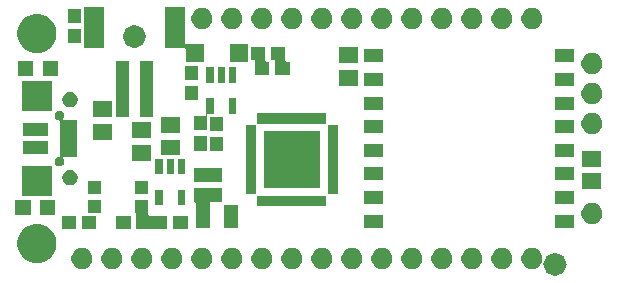
<source format=gbr>
G04 #@! TF.GenerationSoftware,KiCad,Pcbnew,5.0.2-bee76a0~70~ubuntu18.04.1*
G04 #@! TF.CreationDate,2019-01-06T16:40:52-06:00*
G04 #@! TF.ProjectId,Adafruit Feather M0 RFMxx,41646166-7275-4697-9420-466561746865,rev?*
G04 #@! TF.SameCoordinates,Original*
G04 #@! TF.FileFunction,Soldermask,Top*
G04 #@! TF.FilePolarity,Negative*
%FSLAX46Y46*%
G04 Gerber Fmt 4.6, Leading zero omitted, Abs format (unit mm)*
G04 Created by KiCad (PCBNEW 5.0.2-bee76a0~70~ubuntu18.04.1) date Sun 06 Jan 2019 04:40:52 PM CST*
%MOMM*%
%LPD*%
G01*
G04 APERTURE LIST*
%ADD10C,0.500000*%
%ADD11C,0.100000*%
G04 APERTURE END LIST*
D10*
G04 #@! TO.C,U$34*
X133896100Y-95617600D02*
G75*
G03X133146100Y-96367600I0J-750000D01*
G01*
X133146100Y-96367600D02*
G75*
G03X133896100Y-97117600I750000J0D01*
G01*
X133896100Y-97117600D02*
G75*
G03X134646100Y-96367600I0J750000D01*
G01*
X134646100Y-96367600D02*
G75*
G03X133896100Y-95617600I-750000J0D01*
G01*
G04 #@! TO.C,U$35*
X169503300Y-114914600D02*
G75*
G03X168753300Y-115664600I0J-750000D01*
G01*
X168753300Y-115664600D02*
G75*
G03X169503300Y-116414600I750000J0D01*
G01*
X169503300Y-116414600D02*
G75*
G03X170253300Y-115664600I0J750000D01*
G01*
X170253300Y-115664600D02*
G75*
G03X169503300Y-114914600I-750000J0D01*
G01*
D11*
G04 #@! TO.C,X3*
G36*
X127596100Y-106053600D02*
X127596100Y-106553600D01*
X129046100Y-106553600D01*
X129046100Y-106053600D01*
X127596100Y-106053600D01*
G37*
G36*
X127596100Y-105403600D02*
X127596100Y-105903600D01*
X129046100Y-105903600D01*
X129046100Y-105403600D01*
X127596100Y-105403600D01*
G37*
G36*
X127596100Y-104753600D02*
X127596100Y-105253600D01*
X129046100Y-105253600D01*
X129046100Y-104753600D01*
X127596100Y-104753600D01*
G37*
G36*
X127596100Y-104103600D02*
X127596100Y-104603600D01*
X129046100Y-104603600D01*
X129046100Y-104103600D01*
X127596100Y-104103600D01*
G37*
G36*
X127596100Y-103453600D02*
X127596100Y-103953600D01*
X129046100Y-103953600D01*
X129046100Y-103453600D01*
X127596100Y-103453600D01*
G37*
G36*
X169610757Y-115124382D02*
X169714083Y-115155726D01*
X169809309Y-115206626D01*
X169892775Y-115275125D01*
X169961274Y-115358591D01*
X170012174Y-115453817D01*
X170043518Y-115557143D01*
X170054101Y-115664599D01*
X170054101Y-115664601D01*
X170043518Y-115772057D01*
X170012174Y-115875383D01*
X169961274Y-115970609D01*
X169892775Y-116054075D01*
X169809309Y-116122574D01*
X169714083Y-116173474D01*
X169610757Y-116204818D01*
X169503301Y-116215401D01*
X169503299Y-116215401D01*
X169395843Y-116204818D01*
X169292517Y-116173474D01*
X169197291Y-116122574D01*
X169113825Y-116054075D01*
X169045326Y-115970609D01*
X168994426Y-115875383D01*
X168963082Y-115772057D01*
X168952499Y-115664601D01*
X168952499Y-115664599D01*
X168963082Y-115557143D01*
X168994426Y-115453817D01*
X169045326Y-115358591D01*
X169113825Y-115275125D01*
X169197291Y-115206626D01*
X169292517Y-115155726D01*
X169395843Y-115124382D01*
X169503299Y-115113799D01*
X169503301Y-115113799D01*
X169610757Y-115124382D01*
X169610757Y-115124382D01*
G37*
G36*
X147490412Y-114308764D02*
X147652198Y-114375778D01*
X147797807Y-114473071D01*
X147921629Y-114596893D01*
X148018922Y-114742502D01*
X148085936Y-114904288D01*
X148120100Y-115076041D01*
X148120100Y-115251159D01*
X148085936Y-115422912D01*
X148018922Y-115584698D01*
X147921629Y-115730307D01*
X147797807Y-115854129D01*
X147652198Y-115951422D01*
X147490412Y-116018436D01*
X147318659Y-116052600D01*
X147143541Y-116052600D01*
X146971788Y-116018436D01*
X146810002Y-115951422D01*
X146664393Y-115854129D01*
X146540571Y-115730307D01*
X146443278Y-115584698D01*
X146376264Y-115422912D01*
X146342100Y-115251159D01*
X146342100Y-115076041D01*
X146376264Y-114904288D01*
X146443278Y-114742502D01*
X146540571Y-114596893D01*
X146664393Y-114473071D01*
X146810002Y-114375778D01*
X146971788Y-114308764D01*
X147143541Y-114274600D01*
X147318659Y-114274600D01*
X147490412Y-114308764D01*
X147490412Y-114308764D01*
G37*
G36*
X165270412Y-114308764D02*
X165432198Y-114375778D01*
X165577807Y-114473071D01*
X165701629Y-114596893D01*
X165798922Y-114742502D01*
X165865936Y-114904288D01*
X165900100Y-115076041D01*
X165900100Y-115251159D01*
X165865936Y-115422912D01*
X165798922Y-115584698D01*
X165701629Y-115730307D01*
X165577807Y-115854129D01*
X165432198Y-115951422D01*
X165270412Y-116018436D01*
X165098659Y-116052600D01*
X164923541Y-116052600D01*
X164751788Y-116018436D01*
X164590002Y-115951422D01*
X164444393Y-115854129D01*
X164320571Y-115730307D01*
X164223278Y-115584698D01*
X164156264Y-115422912D01*
X164122100Y-115251159D01*
X164122100Y-115076041D01*
X164156264Y-114904288D01*
X164223278Y-114742502D01*
X164320571Y-114596893D01*
X164444393Y-114473071D01*
X164590002Y-114375778D01*
X164751788Y-114308764D01*
X164923541Y-114274600D01*
X165098659Y-114274600D01*
X165270412Y-114308764D01*
X165270412Y-114308764D01*
G37*
G36*
X162730412Y-114308764D02*
X162892198Y-114375778D01*
X163037807Y-114473071D01*
X163161629Y-114596893D01*
X163258922Y-114742502D01*
X163325936Y-114904288D01*
X163360100Y-115076041D01*
X163360100Y-115251159D01*
X163325936Y-115422912D01*
X163258922Y-115584698D01*
X163161629Y-115730307D01*
X163037807Y-115854129D01*
X162892198Y-115951422D01*
X162730412Y-116018436D01*
X162558659Y-116052600D01*
X162383541Y-116052600D01*
X162211788Y-116018436D01*
X162050002Y-115951422D01*
X161904393Y-115854129D01*
X161780571Y-115730307D01*
X161683278Y-115584698D01*
X161616264Y-115422912D01*
X161582100Y-115251159D01*
X161582100Y-115076041D01*
X161616264Y-114904288D01*
X161683278Y-114742502D01*
X161780571Y-114596893D01*
X161904393Y-114473071D01*
X162050002Y-114375778D01*
X162211788Y-114308764D01*
X162383541Y-114274600D01*
X162558659Y-114274600D01*
X162730412Y-114308764D01*
X162730412Y-114308764D01*
G37*
G36*
X160190412Y-114308764D02*
X160352198Y-114375778D01*
X160497807Y-114473071D01*
X160621629Y-114596893D01*
X160718922Y-114742502D01*
X160785936Y-114904288D01*
X160820100Y-115076041D01*
X160820100Y-115251159D01*
X160785936Y-115422912D01*
X160718922Y-115584698D01*
X160621629Y-115730307D01*
X160497807Y-115854129D01*
X160352198Y-115951422D01*
X160190412Y-116018436D01*
X160018659Y-116052600D01*
X159843541Y-116052600D01*
X159671788Y-116018436D01*
X159510002Y-115951422D01*
X159364393Y-115854129D01*
X159240571Y-115730307D01*
X159143278Y-115584698D01*
X159076264Y-115422912D01*
X159042100Y-115251159D01*
X159042100Y-115076041D01*
X159076264Y-114904288D01*
X159143278Y-114742502D01*
X159240571Y-114596893D01*
X159364393Y-114473071D01*
X159510002Y-114375778D01*
X159671788Y-114308764D01*
X159843541Y-114274600D01*
X160018659Y-114274600D01*
X160190412Y-114308764D01*
X160190412Y-114308764D01*
G37*
G36*
X157650412Y-114308764D02*
X157812198Y-114375778D01*
X157957807Y-114473071D01*
X158081629Y-114596893D01*
X158178922Y-114742502D01*
X158245936Y-114904288D01*
X158280100Y-115076041D01*
X158280100Y-115251159D01*
X158245936Y-115422912D01*
X158178922Y-115584698D01*
X158081629Y-115730307D01*
X157957807Y-115854129D01*
X157812198Y-115951422D01*
X157650412Y-116018436D01*
X157478659Y-116052600D01*
X157303541Y-116052600D01*
X157131788Y-116018436D01*
X156970002Y-115951422D01*
X156824393Y-115854129D01*
X156700571Y-115730307D01*
X156603278Y-115584698D01*
X156536264Y-115422912D01*
X156502100Y-115251159D01*
X156502100Y-115076041D01*
X156536264Y-114904288D01*
X156603278Y-114742502D01*
X156700571Y-114596893D01*
X156824393Y-114473071D01*
X156970002Y-114375778D01*
X157131788Y-114308764D01*
X157303541Y-114274600D01*
X157478659Y-114274600D01*
X157650412Y-114308764D01*
X157650412Y-114308764D01*
G37*
G36*
X155110412Y-114308764D02*
X155272198Y-114375778D01*
X155417807Y-114473071D01*
X155541629Y-114596893D01*
X155638922Y-114742502D01*
X155705936Y-114904288D01*
X155740100Y-115076041D01*
X155740100Y-115251159D01*
X155705936Y-115422912D01*
X155638922Y-115584698D01*
X155541629Y-115730307D01*
X155417807Y-115854129D01*
X155272198Y-115951422D01*
X155110412Y-116018436D01*
X154938659Y-116052600D01*
X154763541Y-116052600D01*
X154591788Y-116018436D01*
X154430002Y-115951422D01*
X154284393Y-115854129D01*
X154160571Y-115730307D01*
X154063278Y-115584698D01*
X153996264Y-115422912D01*
X153962100Y-115251159D01*
X153962100Y-115076041D01*
X153996264Y-114904288D01*
X154063278Y-114742502D01*
X154160571Y-114596893D01*
X154284393Y-114473071D01*
X154430002Y-114375778D01*
X154591788Y-114308764D01*
X154763541Y-114274600D01*
X154938659Y-114274600D01*
X155110412Y-114308764D01*
X155110412Y-114308764D01*
G37*
G36*
X152570412Y-114308764D02*
X152732198Y-114375778D01*
X152877807Y-114473071D01*
X153001629Y-114596893D01*
X153098922Y-114742502D01*
X153165936Y-114904288D01*
X153200100Y-115076041D01*
X153200100Y-115251159D01*
X153165936Y-115422912D01*
X153098922Y-115584698D01*
X153001629Y-115730307D01*
X152877807Y-115854129D01*
X152732198Y-115951422D01*
X152570412Y-116018436D01*
X152398659Y-116052600D01*
X152223541Y-116052600D01*
X152051788Y-116018436D01*
X151890002Y-115951422D01*
X151744393Y-115854129D01*
X151620571Y-115730307D01*
X151523278Y-115584698D01*
X151456264Y-115422912D01*
X151422100Y-115251159D01*
X151422100Y-115076041D01*
X151456264Y-114904288D01*
X151523278Y-114742502D01*
X151620571Y-114596893D01*
X151744393Y-114473071D01*
X151890002Y-114375778D01*
X152051788Y-114308764D01*
X152223541Y-114274600D01*
X152398659Y-114274600D01*
X152570412Y-114308764D01*
X152570412Y-114308764D01*
G37*
G36*
X150030412Y-114308764D02*
X150192198Y-114375778D01*
X150337807Y-114473071D01*
X150461629Y-114596893D01*
X150558922Y-114742502D01*
X150625936Y-114904288D01*
X150660100Y-115076041D01*
X150660100Y-115251159D01*
X150625936Y-115422912D01*
X150558922Y-115584698D01*
X150461629Y-115730307D01*
X150337807Y-115854129D01*
X150192198Y-115951422D01*
X150030412Y-116018436D01*
X149858659Y-116052600D01*
X149683541Y-116052600D01*
X149511788Y-116018436D01*
X149350002Y-115951422D01*
X149204393Y-115854129D01*
X149080571Y-115730307D01*
X148983278Y-115584698D01*
X148916264Y-115422912D01*
X148882100Y-115251159D01*
X148882100Y-115076041D01*
X148916264Y-114904288D01*
X148983278Y-114742502D01*
X149080571Y-114596893D01*
X149204393Y-114473071D01*
X149350002Y-114375778D01*
X149511788Y-114308764D01*
X149683541Y-114274600D01*
X149858659Y-114274600D01*
X150030412Y-114308764D01*
X150030412Y-114308764D01*
G37*
G36*
X144950412Y-114308764D02*
X145112198Y-114375778D01*
X145257807Y-114473071D01*
X145381629Y-114596893D01*
X145478922Y-114742502D01*
X145545936Y-114904288D01*
X145580100Y-115076041D01*
X145580100Y-115251159D01*
X145545936Y-115422912D01*
X145478922Y-115584698D01*
X145381629Y-115730307D01*
X145257807Y-115854129D01*
X145112198Y-115951422D01*
X144950412Y-116018436D01*
X144778659Y-116052600D01*
X144603541Y-116052600D01*
X144431788Y-116018436D01*
X144270002Y-115951422D01*
X144124393Y-115854129D01*
X144000571Y-115730307D01*
X143903278Y-115584698D01*
X143836264Y-115422912D01*
X143802100Y-115251159D01*
X143802100Y-115076041D01*
X143836264Y-114904288D01*
X143903278Y-114742502D01*
X144000571Y-114596893D01*
X144124393Y-114473071D01*
X144270002Y-114375778D01*
X144431788Y-114308764D01*
X144603541Y-114274600D01*
X144778659Y-114274600D01*
X144950412Y-114308764D01*
X144950412Y-114308764D01*
G37*
G36*
X142410412Y-114308764D02*
X142572198Y-114375778D01*
X142717807Y-114473071D01*
X142841629Y-114596893D01*
X142938922Y-114742502D01*
X143005936Y-114904288D01*
X143040100Y-115076041D01*
X143040100Y-115251159D01*
X143005936Y-115422912D01*
X142938922Y-115584698D01*
X142841629Y-115730307D01*
X142717807Y-115854129D01*
X142572198Y-115951422D01*
X142410412Y-116018436D01*
X142238659Y-116052600D01*
X142063541Y-116052600D01*
X141891788Y-116018436D01*
X141730002Y-115951422D01*
X141584393Y-115854129D01*
X141460571Y-115730307D01*
X141363278Y-115584698D01*
X141296264Y-115422912D01*
X141262100Y-115251159D01*
X141262100Y-115076041D01*
X141296264Y-114904288D01*
X141363278Y-114742502D01*
X141460571Y-114596893D01*
X141584393Y-114473071D01*
X141730002Y-114375778D01*
X141891788Y-114308764D01*
X142063541Y-114274600D01*
X142238659Y-114274600D01*
X142410412Y-114308764D01*
X142410412Y-114308764D01*
G37*
G36*
X139870412Y-114308764D02*
X140032198Y-114375778D01*
X140177807Y-114473071D01*
X140301629Y-114596893D01*
X140398922Y-114742502D01*
X140465936Y-114904288D01*
X140500100Y-115076041D01*
X140500100Y-115251159D01*
X140465936Y-115422912D01*
X140398922Y-115584698D01*
X140301629Y-115730307D01*
X140177807Y-115854129D01*
X140032198Y-115951422D01*
X139870412Y-116018436D01*
X139698659Y-116052600D01*
X139523541Y-116052600D01*
X139351788Y-116018436D01*
X139190002Y-115951422D01*
X139044393Y-115854129D01*
X138920571Y-115730307D01*
X138823278Y-115584698D01*
X138756264Y-115422912D01*
X138722100Y-115251159D01*
X138722100Y-115076041D01*
X138756264Y-114904288D01*
X138823278Y-114742502D01*
X138920571Y-114596893D01*
X139044393Y-114473071D01*
X139190002Y-114375778D01*
X139351788Y-114308764D01*
X139523541Y-114274600D01*
X139698659Y-114274600D01*
X139870412Y-114308764D01*
X139870412Y-114308764D01*
G37*
G36*
X137330412Y-114308764D02*
X137492198Y-114375778D01*
X137637807Y-114473071D01*
X137761629Y-114596893D01*
X137858922Y-114742502D01*
X137925936Y-114904288D01*
X137960100Y-115076041D01*
X137960100Y-115251159D01*
X137925936Y-115422912D01*
X137858922Y-115584698D01*
X137761629Y-115730307D01*
X137637807Y-115854129D01*
X137492198Y-115951422D01*
X137330412Y-116018436D01*
X137158659Y-116052600D01*
X136983541Y-116052600D01*
X136811788Y-116018436D01*
X136650002Y-115951422D01*
X136504393Y-115854129D01*
X136380571Y-115730307D01*
X136283278Y-115584698D01*
X136216264Y-115422912D01*
X136182100Y-115251159D01*
X136182100Y-115076041D01*
X136216264Y-114904288D01*
X136283278Y-114742502D01*
X136380571Y-114596893D01*
X136504393Y-114473071D01*
X136650002Y-114375778D01*
X136811788Y-114308764D01*
X136983541Y-114274600D01*
X137158659Y-114274600D01*
X137330412Y-114308764D01*
X137330412Y-114308764D01*
G37*
G36*
X134790412Y-114308764D02*
X134952198Y-114375778D01*
X135097807Y-114473071D01*
X135221629Y-114596893D01*
X135318922Y-114742502D01*
X135385936Y-114904288D01*
X135420100Y-115076041D01*
X135420100Y-115251159D01*
X135385936Y-115422912D01*
X135318922Y-115584698D01*
X135221629Y-115730307D01*
X135097807Y-115854129D01*
X134952198Y-115951422D01*
X134790412Y-116018436D01*
X134618659Y-116052600D01*
X134443541Y-116052600D01*
X134271788Y-116018436D01*
X134110002Y-115951422D01*
X133964393Y-115854129D01*
X133840571Y-115730307D01*
X133743278Y-115584698D01*
X133676264Y-115422912D01*
X133642100Y-115251159D01*
X133642100Y-115076041D01*
X133676264Y-114904288D01*
X133743278Y-114742502D01*
X133840571Y-114596893D01*
X133964393Y-114473071D01*
X134110002Y-114375778D01*
X134271788Y-114308764D01*
X134443541Y-114274600D01*
X134618659Y-114274600D01*
X134790412Y-114308764D01*
X134790412Y-114308764D01*
G37*
G36*
X132250412Y-114308764D02*
X132412198Y-114375778D01*
X132557807Y-114473071D01*
X132681629Y-114596893D01*
X132778922Y-114742502D01*
X132845936Y-114904288D01*
X132880100Y-115076041D01*
X132880100Y-115251159D01*
X132845936Y-115422912D01*
X132778922Y-115584698D01*
X132681629Y-115730307D01*
X132557807Y-115854129D01*
X132412198Y-115951422D01*
X132250412Y-116018436D01*
X132078659Y-116052600D01*
X131903541Y-116052600D01*
X131731788Y-116018436D01*
X131570002Y-115951422D01*
X131424393Y-115854129D01*
X131300571Y-115730307D01*
X131203278Y-115584698D01*
X131136264Y-115422912D01*
X131102100Y-115251159D01*
X131102100Y-115076041D01*
X131136264Y-114904288D01*
X131203278Y-114742502D01*
X131300571Y-114596893D01*
X131424393Y-114473071D01*
X131570002Y-114375778D01*
X131731788Y-114308764D01*
X131903541Y-114274600D01*
X132078659Y-114274600D01*
X132250412Y-114308764D01*
X132250412Y-114308764D01*
G37*
G36*
X129710412Y-114308764D02*
X129872198Y-114375778D01*
X130017807Y-114473071D01*
X130141629Y-114596893D01*
X130238922Y-114742502D01*
X130305936Y-114904288D01*
X130340100Y-115076041D01*
X130340100Y-115251159D01*
X130305936Y-115422912D01*
X130238922Y-115584698D01*
X130141629Y-115730307D01*
X130017807Y-115854129D01*
X129872198Y-115951422D01*
X129710412Y-116018436D01*
X129538659Y-116052600D01*
X129363541Y-116052600D01*
X129191788Y-116018436D01*
X129030002Y-115951422D01*
X128884393Y-115854129D01*
X128760571Y-115730307D01*
X128663278Y-115584698D01*
X128596264Y-115422912D01*
X128562100Y-115251159D01*
X128562100Y-115076041D01*
X128596264Y-114904288D01*
X128663278Y-114742502D01*
X128760571Y-114596893D01*
X128884393Y-114473071D01*
X129030002Y-114375778D01*
X129191788Y-114308764D01*
X129363541Y-114274600D01*
X129538659Y-114274600D01*
X129710412Y-114308764D01*
X129710412Y-114308764D01*
G37*
G36*
X167810412Y-114308764D02*
X167972198Y-114375778D01*
X168117807Y-114473071D01*
X168241629Y-114596893D01*
X168338922Y-114742502D01*
X168405936Y-114904288D01*
X168440100Y-115076041D01*
X168440100Y-115251159D01*
X168405936Y-115422912D01*
X168338922Y-115584698D01*
X168241629Y-115730307D01*
X168117807Y-115854129D01*
X167972198Y-115951422D01*
X167810412Y-116018436D01*
X167638659Y-116052600D01*
X167463541Y-116052600D01*
X167291788Y-116018436D01*
X167130002Y-115951422D01*
X166984393Y-115854129D01*
X166860571Y-115730307D01*
X166763278Y-115584698D01*
X166696264Y-115422912D01*
X166662100Y-115251159D01*
X166662100Y-115076041D01*
X166696264Y-114904288D01*
X166763278Y-114742502D01*
X166860571Y-114596893D01*
X166984393Y-114473071D01*
X167130002Y-114375778D01*
X167291788Y-114308764D01*
X167463541Y-114274600D01*
X167638659Y-114274600D01*
X167810412Y-114308764D01*
X167810412Y-114308764D01*
G37*
G36*
X125883423Y-112258660D02*
X126122621Y-112306239D01*
X126423047Y-112430680D01*
X126693424Y-112611340D01*
X126923360Y-112841276D01*
X127104020Y-113111653D01*
X127228461Y-113412079D01*
X127291900Y-113731010D01*
X127291900Y-114056190D01*
X127228461Y-114375121D01*
X127104020Y-114675547D01*
X126923360Y-114945924D01*
X126693424Y-115175860D01*
X126423047Y-115356520D01*
X126122621Y-115480961D01*
X125883423Y-115528540D01*
X125803691Y-115544400D01*
X125478509Y-115544400D01*
X125398777Y-115528540D01*
X125159579Y-115480961D01*
X124859153Y-115356520D01*
X124588776Y-115175860D01*
X124358840Y-114945924D01*
X124178180Y-114675547D01*
X124053739Y-114375121D01*
X123990300Y-114056190D01*
X123990300Y-113731010D01*
X124053739Y-113412079D01*
X124178180Y-113111653D01*
X124358840Y-112841276D01*
X124588776Y-112611340D01*
X124859153Y-112430680D01*
X125159579Y-112306239D01*
X125398777Y-112258660D01*
X125478509Y-112242800D01*
X125803691Y-112242800D01*
X125883423Y-112258660D01*
X125883423Y-112258660D01*
G37*
G36*
X135049900Y-111413207D02*
X135052302Y-111437593D01*
X135059415Y-111461042D01*
X135070966Y-111482653D01*
X135086512Y-111501595D01*
X135105454Y-111517141D01*
X135127065Y-111528692D01*
X135150514Y-111535805D01*
X135174900Y-111538207D01*
X135319520Y-111538207D01*
X135326254Y-111543734D01*
X135347865Y-111555285D01*
X135371314Y-111562398D01*
X135395700Y-111564800D01*
X136694900Y-111564800D01*
X136694900Y-112666400D01*
X135444480Y-112666400D01*
X135437746Y-112660873D01*
X135416135Y-112649322D01*
X135392686Y-112642209D01*
X135368300Y-112639807D01*
X134069100Y-112639807D01*
X134069100Y-111432400D01*
X134066698Y-111408014D01*
X134059585Y-111384565D01*
X134048034Y-111362954D01*
X134032488Y-111344012D01*
X134013546Y-111328466D01*
X133991935Y-111316915D01*
X133968486Y-111309802D01*
X133948300Y-111307814D01*
X133948300Y-110205800D01*
X135049900Y-110205800D01*
X135049900Y-111413207D01*
X135049900Y-111413207D01*
G37*
G36*
X128947900Y-112666400D02*
X127746300Y-112666400D01*
X127746300Y-111564800D01*
X128947900Y-111564800D01*
X128947900Y-112666400D01*
X128947900Y-112666400D01*
G37*
G36*
X130647900Y-112666400D02*
X129446300Y-112666400D01*
X129446300Y-111564800D01*
X130647900Y-111564800D01*
X130647900Y-112666400D01*
X130647900Y-112666400D01*
G37*
G36*
X138394900Y-112666400D02*
X137193300Y-112666400D01*
X137193300Y-111564800D01*
X138394900Y-111564800D01*
X138394900Y-112666400D01*
X138394900Y-112666400D01*
G37*
G36*
X133570700Y-112639807D02*
X132369100Y-112639807D01*
X132369100Y-111538207D01*
X133570700Y-111538207D01*
X133570700Y-112639807D01*
X133570700Y-112639807D01*
G37*
G36*
X142681900Y-112608400D02*
X141480300Y-112608400D01*
X141480300Y-110606800D01*
X142681900Y-110606800D01*
X142681900Y-112608400D01*
X142681900Y-112608400D01*
G37*
G36*
X141304900Y-110391400D02*
X140406900Y-110391400D01*
X140382514Y-110393802D01*
X140359065Y-110400915D01*
X140337454Y-110412466D01*
X140318512Y-110428012D01*
X140302966Y-110446954D01*
X140291415Y-110468565D01*
X140284302Y-110492014D01*
X140281900Y-110516400D01*
X140281900Y-112608400D01*
X139080300Y-112608400D01*
X139080300Y-110516400D01*
X139077898Y-110492014D01*
X139070785Y-110468565D01*
X139059234Y-110446954D01*
X139043688Y-110428012D01*
X139024746Y-110412466D01*
X139003135Y-110400915D01*
X138979686Y-110393802D01*
X138955300Y-110391400D01*
X138933300Y-110391400D01*
X138933300Y-109189800D01*
X141304900Y-109189800D01*
X141304900Y-110391400D01*
X141304900Y-110391400D01*
G37*
G36*
X154917900Y-112554400D02*
X153316300Y-112554400D01*
X153316300Y-111452800D01*
X154917900Y-111452800D01*
X154917900Y-112554400D01*
X154917900Y-112554400D01*
G37*
G36*
X171117900Y-112554400D02*
X169516300Y-112554400D01*
X169516300Y-111452800D01*
X171117900Y-111452800D01*
X171117900Y-112554400D01*
X171117900Y-112554400D01*
G37*
G36*
X172890412Y-110498764D02*
X173052198Y-110565778D01*
X173197807Y-110663071D01*
X173321629Y-110786893D01*
X173418922Y-110932502D01*
X173485936Y-111094288D01*
X173520100Y-111266041D01*
X173520100Y-111441159D01*
X173485936Y-111612912D01*
X173418922Y-111774698D01*
X173321629Y-111920307D01*
X173197807Y-112044129D01*
X173052198Y-112141422D01*
X172890412Y-112208436D01*
X172718659Y-112242600D01*
X172543541Y-112242600D01*
X172371788Y-112208436D01*
X172210002Y-112141422D01*
X172064393Y-112044129D01*
X171940571Y-111920307D01*
X171843278Y-111774698D01*
X171776264Y-111612912D01*
X171742100Y-111441159D01*
X171742100Y-111266041D01*
X171776264Y-111094288D01*
X171843278Y-110932502D01*
X171940571Y-110786893D01*
X172064393Y-110663071D01*
X172210002Y-110565778D01*
X172371788Y-110498764D01*
X172543541Y-110464600D01*
X172718659Y-110464600D01*
X172890412Y-110498764D01*
X172890412Y-110498764D01*
G37*
G36*
X127214900Y-111496400D02*
X125913300Y-111496400D01*
X125913300Y-110194800D01*
X127214900Y-110194800D01*
X127214900Y-111496400D01*
X127214900Y-111496400D01*
G37*
G36*
X125114900Y-111496400D02*
X123813300Y-111496400D01*
X123813300Y-110194800D01*
X125114900Y-110194800D01*
X125114900Y-111496400D01*
X125114900Y-111496400D01*
G37*
G36*
X131049900Y-111307400D02*
X129948300Y-111307400D01*
X129948300Y-110205800D01*
X131049900Y-110205800D01*
X131049900Y-111307400D01*
X131049900Y-111307400D01*
G37*
G36*
X150156900Y-109832400D02*
X150156900Y-110682400D01*
X144305300Y-110682400D01*
X144305300Y-109832400D01*
X144305125Y-109830625D01*
X144306900Y-109830800D01*
X150155300Y-109830800D01*
X150157075Y-109830625D01*
X150156900Y-109832400D01*
X150156900Y-109832400D01*
G37*
G36*
X138219900Y-110637500D02*
X137568300Y-110637500D01*
X137568300Y-109335900D01*
X138219900Y-109335900D01*
X138219900Y-110637500D01*
X138219900Y-110637500D01*
G37*
G36*
X136319900Y-110637500D02*
X135668300Y-110637500D01*
X135668300Y-109335900D01*
X136319900Y-109335900D01*
X136319900Y-110637500D01*
X136319900Y-110637500D01*
G37*
G36*
X171117900Y-110554400D02*
X169516300Y-110554400D01*
X169516300Y-109452800D01*
X171117900Y-109452800D01*
X171117900Y-110554400D01*
X171117900Y-110554400D01*
G37*
G36*
X154917900Y-110554400D02*
X153316300Y-110554400D01*
X153316300Y-109452800D01*
X154917900Y-109452800D01*
X154917900Y-110554400D01*
X154917900Y-110554400D01*
G37*
G36*
X126946900Y-109904400D02*
X124345300Y-109904400D01*
X124345300Y-107302800D01*
X126946900Y-107302800D01*
X126946900Y-109904400D01*
X126946900Y-109904400D01*
G37*
G36*
X144181900Y-103857400D02*
X144181900Y-109705800D01*
X144182075Y-109707575D01*
X144180300Y-109707400D01*
X143330300Y-109707400D01*
X143330300Y-103855800D01*
X144180300Y-103855800D01*
X144182075Y-103855625D01*
X144181900Y-103857400D01*
X144181900Y-103857400D01*
G37*
G36*
X150281900Y-103855800D02*
X151131900Y-103855800D01*
X151131900Y-109707400D01*
X150281900Y-109707400D01*
X150280125Y-109707575D01*
X150280300Y-109705800D01*
X150280300Y-103857400D01*
X150280125Y-103855625D01*
X150281900Y-103855800D01*
X150281900Y-103855800D01*
G37*
G36*
X135049900Y-109707400D02*
X133948300Y-109707400D01*
X133948300Y-108605800D01*
X135049900Y-108605800D01*
X135049900Y-109707400D01*
X135049900Y-109707400D01*
G37*
G36*
X131049900Y-109707400D02*
X129948300Y-109707400D01*
X129948300Y-108605800D01*
X131049900Y-108605800D01*
X131049900Y-109707400D01*
X131049900Y-109707400D01*
G37*
G36*
X173431900Y-109291400D02*
X171830300Y-109291400D01*
X171830300Y-107949800D01*
X173431900Y-107949800D01*
X173431900Y-109291400D01*
X173431900Y-109291400D01*
G37*
G36*
X149631900Y-109182400D02*
X144830300Y-109182400D01*
X144830300Y-104380800D01*
X149631900Y-104380800D01*
X149631900Y-109182400D01*
X149631900Y-109182400D01*
G37*
G36*
X128635929Y-107677809D02*
X128635932Y-107677810D01*
X128635931Y-107677810D01*
X128754369Y-107726868D01*
X128754370Y-107726869D01*
X128860964Y-107798093D01*
X128951607Y-107888736D01*
X128951609Y-107888739D01*
X129022832Y-107995331D01*
X129040216Y-108037300D01*
X129071891Y-108113771D01*
X129096900Y-108239500D01*
X129096900Y-108367700D01*
X129071891Y-108493429D01*
X129071890Y-108493431D01*
X129022832Y-108611869D01*
X129022831Y-108611870D01*
X128951607Y-108718464D01*
X128860964Y-108809107D01*
X128860961Y-108809109D01*
X128754369Y-108880332D01*
X128662762Y-108918276D01*
X128635929Y-108929391D01*
X128510200Y-108954400D01*
X128382000Y-108954400D01*
X128256271Y-108929391D01*
X128229438Y-108918276D01*
X128137831Y-108880332D01*
X128031239Y-108809109D01*
X128031236Y-108809107D01*
X127940593Y-108718464D01*
X127869369Y-108611870D01*
X127869368Y-108611869D01*
X127820310Y-108493431D01*
X127820309Y-108493429D01*
X127795300Y-108367700D01*
X127795300Y-108239500D01*
X127820309Y-108113771D01*
X127851984Y-108037300D01*
X127869368Y-107995331D01*
X127940591Y-107888739D01*
X127940593Y-107888736D01*
X128031236Y-107798093D01*
X128137830Y-107726869D01*
X128137831Y-107726868D01*
X128256269Y-107677810D01*
X128256268Y-107677810D01*
X128256271Y-107677809D01*
X128382000Y-107652800D01*
X128510200Y-107652800D01*
X128635929Y-107677809D01*
X128635929Y-107677809D01*
G37*
G36*
X141304900Y-108691400D02*
X138933300Y-108691400D01*
X138933300Y-107489800D01*
X141304900Y-107489800D01*
X141304900Y-108691400D01*
X141304900Y-108691400D01*
G37*
G36*
X171117900Y-108554400D02*
X169516300Y-108554400D01*
X169516300Y-107452800D01*
X171117900Y-107452800D01*
X171117900Y-108554400D01*
X171117900Y-108554400D01*
G37*
G36*
X154917900Y-108554400D02*
X153316300Y-108554400D01*
X153316300Y-107452800D01*
X154917900Y-107452800D01*
X154917900Y-108554400D01*
X154917900Y-108554400D01*
G37*
G36*
X136319900Y-108037300D02*
X135668300Y-108037300D01*
X135668300Y-106735700D01*
X136319900Y-106735700D01*
X136319900Y-108037300D01*
X136319900Y-108037300D01*
G37*
G36*
X137269900Y-108037300D02*
X136618300Y-108037300D01*
X136618300Y-106735700D01*
X137269900Y-106735700D01*
X137269900Y-108037300D01*
X137269900Y-108037300D01*
G37*
G36*
X138219900Y-108037300D02*
X137568300Y-108037300D01*
X137568300Y-106735700D01*
X138219900Y-106735700D01*
X138219900Y-108037300D01*
X138219900Y-108037300D01*
G37*
G36*
X173431900Y-107391400D02*
X171830300Y-107391400D01*
X171830300Y-106049800D01*
X173431900Y-106049800D01*
X173431900Y-107391400D01*
X173431900Y-107391400D01*
G37*
G36*
X127611419Y-102657737D02*
X127663067Y-102668010D01*
X127736045Y-102698239D01*
X127801725Y-102742125D01*
X127857575Y-102797975D01*
X127857577Y-102797978D01*
X127901461Y-102863655D01*
X127931690Y-102936633D01*
X127941963Y-102988281D01*
X127947100Y-103014104D01*
X127947100Y-103093096D01*
X127943482Y-103111285D01*
X127931690Y-103170567D01*
X127901461Y-103243545D01*
X127891566Y-103258354D01*
X127880015Y-103279965D01*
X127872902Y-103303414D01*
X127870500Y-103327801D01*
X127872902Y-103352187D01*
X127880015Y-103375636D01*
X127891567Y-103397247D01*
X127907112Y-103416189D01*
X127926054Y-103431734D01*
X127947665Y-103443285D01*
X127971114Y-103450398D01*
X127995500Y-103452800D01*
X129046900Y-103452800D01*
X129046900Y-106554400D01*
X127995500Y-106554400D01*
X127971114Y-106556802D01*
X127947665Y-106563915D01*
X127926054Y-106575466D01*
X127907112Y-106591012D01*
X127891566Y-106609954D01*
X127880015Y-106631565D01*
X127872902Y-106655014D01*
X127870500Y-106679400D01*
X127872902Y-106703786D01*
X127880015Y-106727235D01*
X127891566Y-106748846D01*
X127901461Y-106763655D01*
X127931690Y-106836633D01*
X127947100Y-106914105D01*
X127947100Y-106993095D01*
X127931690Y-107070567D01*
X127905903Y-107132822D01*
X127901461Y-107143545D01*
X127857575Y-107209225D01*
X127801725Y-107265075D01*
X127801722Y-107265077D01*
X127736045Y-107308961D01*
X127663067Y-107339190D01*
X127611419Y-107349463D01*
X127585596Y-107354600D01*
X127506604Y-107354600D01*
X127480781Y-107349463D01*
X127429133Y-107339190D01*
X127356155Y-107308961D01*
X127290478Y-107265077D01*
X127290475Y-107265075D01*
X127234625Y-107209225D01*
X127190737Y-107143542D01*
X127187384Y-107135447D01*
X127185981Y-107132822D01*
X127185115Y-107129969D01*
X127160510Y-107070567D01*
X127145100Y-106993095D01*
X127145100Y-106914105D01*
X127160510Y-106836633D01*
X127190739Y-106763655D01*
X127234623Y-106697978D01*
X127234625Y-106697975D01*
X127290475Y-106642125D01*
X127356155Y-106598239D01*
X127373602Y-106591012D01*
X127429133Y-106568010D01*
X127494688Y-106554970D01*
X127518135Y-106547858D01*
X127539746Y-106536307D01*
X127558688Y-106520762D01*
X127574233Y-106501820D01*
X127585785Y-106480209D01*
X127592898Y-106456760D01*
X127595300Y-106432373D01*
X127595300Y-103574827D01*
X127592898Y-103550441D01*
X127585785Y-103526992D01*
X127574234Y-103505381D01*
X127558688Y-103486439D01*
X127539746Y-103470893D01*
X127518135Y-103459342D01*
X127494688Y-103452230D01*
X127429133Y-103439190D01*
X127356155Y-103408961D01*
X127290478Y-103365077D01*
X127290475Y-103365075D01*
X127234625Y-103309225D01*
X127190739Y-103243545D01*
X127160510Y-103170567D01*
X127148718Y-103111285D01*
X127145100Y-103093096D01*
X127145100Y-103014104D01*
X127150237Y-102988281D01*
X127160510Y-102936633D01*
X127185115Y-102877231D01*
X127185981Y-102874378D01*
X127187384Y-102871753D01*
X127190737Y-102863658D01*
X127234625Y-102797975D01*
X127290475Y-102742125D01*
X127356155Y-102698239D01*
X127429133Y-102668010D01*
X127480781Y-102657737D01*
X127506604Y-102652600D01*
X127585596Y-102652600D01*
X127611419Y-102657737D01*
X127611419Y-102657737D01*
G37*
G36*
X135331900Y-106878400D02*
X133730300Y-106878400D01*
X133730300Y-105536800D01*
X135331900Y-105536800D01*
X135331900Y-106878400D01*
X135331900Y-106878400D01*
G37*
G36*
X154917900Y-106554400D02*
X153316300Y-106554400D01*
X153316300Y-105452800D01*
X154917900Y-105452800D01*
X154917900Y-106554400D01*
X154917900Y-106554400D01*
G37*
G36*
X171117900Y-106554400D02*
X169516300Y-106554400D01*
X169516300Y-105452800D01*
X171117900Y-105452800D01*
X171117900Y-106554400D01*
X171117900Y-106554400D01*
G37*
G36*
X137759900Y-106430400D02*
X136158300Y-106430400D01*
X136158300Y-105088800D01*
X137759900Y-105088800D01*
X137759900Y-106430400D01*
X137759900Y-106430400D01*
G37*
G36*
X126596900Y-106304400D02*
X124495300Y-106304400D01*
X124495300Y-105202800D01*
X126596900Y-105202800D01*
X126596900Y-106304400D01*
X126596900Y-106304400D01*
G37*
G36*
X141431900Y-106073400D02*
X140330300Y-106073400D01*
X140330300Y-104871800D01*
X141431900Y-104871800D01*
X141431900Y-106073400D01*
X141431900Y-106073400D01*
G37*
G36*
X140051900Y-106022400D02*
X138950300Y-106022400D01*
X138950300Y-104820800D01*
X140051900Y-104820800D01*
X140051900Y-106022400D01*
X140051900Y-106022400D01*
G37*
G36*
X131989900Y-105095400D02*
X130388300Y-105095400D01*
X130388300Y-103753800D01*
X131989900Y-103753800D01*
X131989900Y-105095400D01*
X131989900Y-105095400D01*
G37*
G36*
X135331900Y-104978400D02*
X133730300Y-104978400D01*
X133730300Y-103636800D01*
X135331900Y-103636800D01*
X135331900Y-104978400D01*
X135331900Y-104978400D01*
G37*
G36*
X126596900Y-104804400D02*
X124495300Y-104804400D01*
X124495300Y-103702800D01*
X126596900Y-103702800D01*
X126596900Y-104804400D01*
X126596900Y-104804400D01*
G37*
G36*
X172890412Y-102878764D02*
X173052198Y-102945778D01*
X173197807Y-103043071D01*
X173321629Y-103166893D01*
X173418922Y-103312502D01*
X173485936Y-103474288D01*
X173520100Y-103646041D01*
X173520100Y-103821159D01*
X173485936Y-103992912D01*
X173418922Y-104154698D01*
X173321629Y-104300307D01*
X173197807Y-104424129D01*
X173052198Y-104521422D01*
X172890412Y-104588436D01*
X172718659Y-104622600D01*
X172543541Y-104622600D01*
X172371788Y-104588436D01*
X172210002Y-104521422D01*
X172064393Y-104424129D01*
X171940571Y-104300307D01*
X171843278Y-104154698D01*
X171776264Y-103992912D01*
X171742100Y-103821159D01*
X171742100Y-103646041D01*
X171776264Y-103474288D01*
X171843278Y-103312502D01*
X171940571Y-103166893D01*
X172064393Y-103043071D01*
X172210002Y-102945778D01*
X172371788Y-102878764D01*
X172543541Y-102844600D01*
X172718659Y-102844600D01*
X172890412Y-102878764D01*
X172890412Y-102878764D01*
G37*
G36*
X171117900Y-104554400D02*
X169516300Y-104554400D01*
X169516300Y-103452800D01*
X171117900Y-103452800D01*
X171117900Y-104554400D01*
X171117900Y-104554400D01*
G37*
G36*
X154917900Y-104554400D02*
X153316300Y-104554400D01*
X153316300Y-103452800D01*
X154917900Y-103452800D01*
X154917900Y-104554400D01*
X154917900Y-104554400D01*
G37*
G36*
X137759900Y-104530400D02*
X136158300Y-104530400D01*
X136158300Y-103188800D01*
X137759900Y-103188800D01*
X137759900Y-104530400D01*
X137759900Y-104530400D01*
G37*
G36*
X141431900Y-104373400D02*
X140330300Y-104373400D01*
X140330300Y-103171800D01*
X141431900Y-103171800D01*
X141431900Y-104373400D01*
X141431900Y-104373400D01*
G37*
G36*
X140637900Y-102890500D02*
X140176900Y-102890500D01*
X140152514Y-102892902D01*
X140129065Y-102900015D01*
X140107454Y-102911566D01*
X140088512Y-102927112D01*
X140072966Y-102946054D01*
X140061415Y-102967665D01*
X140054302Y-102991114D01*
X140051900Y-103015500D01*
X140051900Y-104322400D01*
X138950300Y-104322400D01*
X138950300Y-103120800D01*
X139861300Y-103120800D01*
X139885686Y-103118398D01*
X139909135Y-103111285D01*
X139930746Y-103099734D01*
X139949688Y-103084188D01*
X139965234Y-103065246D01*
X139976785Y-103043635D01*
X139983898Y-103020186D01*
X139986300Y-102995800D01*
X139986300Y-101588900D01*
X140637900Y-101588900D01*
X140637900Y-102890500D01*
X140637900Y-102890500D01*
G37*
G36*
X150156900Y-103730800D02*
X150157075Y-103732575D01*
X150155300Y-103732400D01*
X144306900Y-103732400D01*
X144305125Y-103732575D01*
X144305300Y-103730800D01*
X144305300Y-102880800D01*
X150156900Y-102880800D01*
X150156900Y-103730800D01*
X150156900Y-103730800D01*
G37*
G36*
X131989900Y-103195400D02*
X130388300Y-103195400D01*
X130388300Y-101853800D01*
X131989900Y-101853800D01*
X131989900Y-103195400D01*
X131989900Y-103195400D01*
G37*
G36*
X133446900Y-103180400D02*
X132345300Y-103180400D01*
X132345300Y-98478800D01*
X133446900Y-98478800D01*
X133446900Y-103180400D01*
X133446900Y-103180400D01*
G37*
G36*
X135446900Y-103180400D02*
X134345300Y-103180400D01*
X134345300Y-98478800D01*
X135446900Y-98478800D01*
X135446900Y-103180400D01*
X135446900Y-103180400D01*
G37*
G36*
X142537900Y-102890500D02*
X141886300Y-102890500D01*
X141886300Y-101588900D01*
X142537900Y-101588900D01*
X142537900Y-102890500D01*
X142537900Y-102890500D01*
G37*
G36*
X126946900Y-102704400D02*
X124345300Y-102704400D01*
X124345300Y-100102800D01*
X126946900Y-100102800D01*
X126946900Y-102704400D01*
X126946900Y-102704400D01*
G37*
G36*
X171117900Y-102554400D02*
X169516300Y-102554400D01*
X169516300Y-101452800D01*
X171117900Y-101452800D01*
X171117900Y-102554400D01*
X171117900Y-102554400D01*
G37*
G36*
X154917900Y-102554400D02*
X153316300Y-102554400D01*
X153316300Y-101452800D01*
X154917900Y-101452800D01*
X154917900Y-102554400D01*
X154917900Y-102554400D01*
G37*
G36*
X128635929Y-101077809D02*
X128635932Y-101077810D01*
X128635931Y-101077810D01*
X128754369Y-101126868D01*
X128754370Y-101126869D01*
X128860964Y-101198093D01*
X128951607Y-101288736D01*
X128951609Y-101288739D01*
X129022832Y-101395331D01*
X129060776Y-101486938D01*
X129071891Y-101513771D01*
X129096900Y-101639500D01*
X129096900Y-101767700D01*
X129071891Y-101893429D01*
X129071890Y-101893431D01*
X129022832Y-102011869D01*
X128975571Y-102082600D01*
X128951607Y-102118464D01*
X128860964Y-102209107D01*
X128860961Y-102209109D01*
X128754369Y-102280332D01*
X128662762Y-102318276D01*
X128635929Y-102329391D01*
X128510200Y-102354400D01*
X128382000Y-102354400D01*
X128256271Y-102329391D01*
X128229438Y-102318276D01*
X128137831Y-102280332D01*
X128031239Y-102209109D01*
X128031236Y-102209107D01*
X127940593Y-102118464D01*
X127916629Y-102082600D01*
X127869368Y-102011869D01*
X127820310Y-101893431D01*
X127820309Y-101893429D01*
X127795300Y-101767700D01*
X127795300Y-101639500D01*
X127820309Y-101513771D01*
X127831424Y-101486938D01*
X127869368Y-101395331D01*
X127940591Y-101288739D01*
X127940593Y-101288736D01*
X128031236Y-101198093D01*
X128137830Y-101126869D01*
X128137831Y-101126868D01*
X128256269Y-101077810D01*
X128256268Y-101077810D01*
X128256271Y-101077809D01*
X128382000Y-101052800D01*
X128510200Y-101052800D01*
X128635929Y-101077809D01*
X128635929Y-101077809D01*
G37*
G36*
X172890412Y-100338764D02*
X173052198Y-100405778D01*
X173197807Y-100503071D01*
X173321629Y-100626893D01*
X173418922Y-100772502D01*
X173485936Y-100934288D01*
X173520100Y-101106041D01*
X173520100Y-101281159D01*
X173485936Y-101452912D01*
X173418922Y-101614698D01*
X173321629Y-101760307D01*
X173197807Y-101884129D01*
X173052198Y-101981422D01*
X172890412Y-102048436D01*
X172718659Y-102082600D01*
X172543541Y-102082600D01*
X172371788Y-102048436D01*
X172210002Y-101981422D01*
X172064393Y-101884129D01*
X171940571Y-101760307D01*
X171843278Y-101614698D01*
X171776264Y-101452912D01*
X171742100Y-101281159D01*
X171742100Y-101106041D01*
X171776264Y-100934288D01*
X171843278Y-100772502D01*
X171940571Y-100626893D01*
X172064393Y-100503071D01*
X172210002Y-100405778D01*
X172371788Y-100338764D01*
X172543541Y-100304600D01*
X172718659Y-100304600D01*
X172890412Y-100338764D01*
X172890412Y-100338764D01*
G37*
G36*
X139272900Y-101755400D02*
X138171300Y-101755400D01*
X138171300Y-100553800D01*
X139272900Y-100553800D01*
X139272900Y-101755400D01*
X139272900Y-101755400D01*
G37*
G36*
X171117900Y-100554400D02*
X169516300Y-100554400D01*
X169516300Y-99452800D01*
X171117900Y-99452800D01*
X171117900Y-100554400D01*
X171117900Y-100554400D01*
G37*
G36*
X154917900Y-100554400D02*
X153316300Y-100554400D01*
X153316300Y-99452800D01*
X154917900Y-99452800D01*
X154917900Y-100554400D01*
X154917900Y-100554400D01*
G37*
G36*
X152857900Y-100528400D02*
X151256300Y-100528400D01*
X151256300Y-99186800D01*
X152857900Y-99186800D01*
X152857900Y-100528400D01*
X152857900Y-100528400D01*
G37*
G36*
X141587900Y-100290300D02*
X140936300Y-100290300D01*
X140936300Y-98988700D01*
X141587900Y-98988700D01*
X141587900Y-100290300D01*
X141587900Y-100290300D01*
G37*
G36*
X142537900Y-100290300D02*
X141886300Y-100290300D01*
X141886300Y-98988700D01*
X142537900Y-98988700D01*
X142537900Y-100290300D01*
X142537900Y-100290300D01*
G37*
G36*
X140637900Y-100290300D02*
X139986300Y-100290300D01*
X139986300Y-98988700D01*
X140637900Y-98988700D01*
X140637900Y-100290300D01*
X140637900Y-100290300D01*
G37*
G36*
X139272900Y-100055400D02*
X138171300Y-100055400D01*
X138171300Y-98853800D01*
X139272900Y-98853800D01*
X139272900Y-100055400D01*
X139272900Y-100055400D01*
G37*
G36*
X125346900Y-99725400D02*
X124045300Y-99725400D01*
X124045300Y-98423800D01*
X125346900Y-98423800D01*
X125346900Y-99725400D01*
X125346900Y-99725400D01*
G37*
G36*
X127446900Y-99725400D02*
X126145300Y-99725400D01*
X126145300Y-98423800D01*
X127446900Y-98423800D01*
X127446900Y-99725400D01*
X127446900Y-99725400D01*
G37*
G36*
X146649900Y-98358800D02*
X146652302Y-98383186D01*
X146659415Y-98406635D01*
X146670966Y-98428246D01*
X146686512Y-98447188D01*
X146705454Y-98462734D01*
X146727065Y-98474285D01*
X146750514Y-98481398D01*
X146774900Y-98483800D01*
X147030900Y-98483800D01*
X147030900Y-99585400D01*
X145829300Y-99585400D01*
X145829300Y-98440400D01*
X145826898Y-98416014D01*
X145819785Y-98392565D01*
X145808234Y-98370954D01*
X145792688Y-98352012D01*
X145773746Y-98336466D01*
X145752135Y-98324915D01*
X145728686Y-98317802D01*
X145704300Y-98315400D01*
X145455900Y-98315400D01*
X145448300Y-98316149D01*
X145448300Y-97213800D01*
X146649900Y-97213800D01*
X146649900Y-98358800D01*
X146649900Y-98358800D01*
G37*
G36*
X144949900Y-98358800D02*
X144952302Y-98383186D01*
X144959415Y-98406635D01*
X144970966Y-98428246D01*
X144986512Y-98447188D01*
X145005454Y-98462734D01*
X145027065Y-98474285D01*
X145050514Y-98481398D01*
X145074900Y-98483800D01*
X145323300Y-98483800D01*
X145330900Y-98483051D01*
X145330900Y-99585400D01*
X144129300Y-99585400D01*
X144129300Y-98440400D01*
X144126898Y-98416014D01*
X144119785Y-98392565D01*
X144108234Y-98370954D01*
X144092688Y-98352012D01*
X144073746Y-98336466D01*
X144052135Y-98324915D01*
X144028686Y-98317802D01*
X144004300Y-98315400D01*
X143748300Y-98315400D01*
X143748300Y-97213800D01*
X144949900Y-97213800D01*
X144949900Y-98358800D01*
X144949900Y-98358800D01*
G37*
G36*
X172890412Y-97798764D02*
X173052198Y-97865778D01*
X173197807Y-97963071D01*
X173321629Y-98086893D01*
X173418922Y-98232502D01*
X173485936Y-98394288D01*
X173520100Y-98566041D01*
X173520100Y-98741159D01*
X173485936Y-98912912D01*
X173418922Y-99074698D01*
X173321629Y-99220307D01*
X173197807Y-99344129D01*
X173052198Y-99441422D01*
X172890412Y-99508436D01*
X172718659Y-99542600D01*
X172543541Y-99542600D01*
X172371788Y-99508436D01*
X172210002Y-99441422D01*
X172064393Y-99344129D01*
X171940571Y-99220307D01*
X171843278Y-99074698D01*
X171776264Y-98912912D01*
X171742100Y-98741159D01*
X171742100Y-98566041D01*
X171776264Y-98394288D01*
X171843278Y-98232502D01*
X171940571Y-98086893D01*
X172064393Y-97963071D01*
X172210002Y-97865778D01*
X172371788Y-97798764D01*
X172543541Y-97764600D01*
X172718659Y-97764600D01*
X172890412Y-97798764D01*
X172890412Y-97798764D01*
G37*
G36*
X152857900Y-98628400D02*
X151256300Y-98628400D01*
X151256300Y-97286800D01*
X152857900Y-97286800D01*
X152857900Y-98628400D01*
X152857900Y-98628400D01*
G37*
G36*
X171117900Y-98554400D02*
X169516300Y-98554400D01*
X169516300Y-97452800D01*
X171117900Y-97452800D01*
X171117900Y-98554400D01*
X171117900Y-98554400D01*
G37*
G36*
X154917900Y-98554400D02*
X153316300Y-98554400D01*
X153316300Y-97452800D01*
X154917900Y-97452800D01*
X154917900Y-98554400D01*
X154917900Y-98554400D01*
G37*
G36*
X138146900Y-96888800D02*
X138149302Y-96913186D01*
X138156415Y-96936635D01*
X138167966Y-96958246D01*
X138183512Y-96977188D01*
X138202454Y-96992734D01*
X138224065Y-97004285D01*
X138247514Y-97011398D01*
X138271900Y-97013800D01*
X139781900Y-97013800D01*
X139781900Y-98515400D01*
X138280300Y-98515400D01*
X138280300Y-97505400D01*
X138277898Y-97481014D01*
X138270785Y-97457565D01*
X138259234Y-97435954D01*
X138243688Y-97417012D01*
X138224746Y-97401466D01*
X138203135Y-97389915D01*
X138179686Y-97382802D01*
X138155300Y-97380400D01*
X136445300Y-97380400D01*
X136445300Y-93878800D01*
X138146900Y-93878800D01*
X138146900Y-96888800D01*
X138146900Y-96888800D01*
G37*
G36*
X143481900Y-98515400D02*
X141980300Y-98515400D01*
X141980300Y-97013800D01*
X143481900Y-97013800D01*
X143481900Y-98515400D01*
X143481900Y-98515400D01*
G37*
G36*
X125883423Y-94478660D02*
X126122621Y-94526239D01*
X126423047Y-94650680D01*
X126693424Y-94831340D01*
X126923360Y-95061276D01*
X127104020Y-95331653D01*
X127228461Y-95632079D01*
X127291900Y-95951010D01*
X127291900Y-96276190D01*
X127228461Y-96595121D01*
X127104020Y-96895547D01*
X126923360Y-97165924D01*
X126693424Y-97395860D01*
X126423047Y-97576520D01*
X126122621Y-97700961D01*
X125883423Y-97748540D01*
X125803691Y-97764400D01*
X125478509Y-97764400D01*
X125398777Y-97748540D01*
X125159579Y-97700961D01*
X124859153Y-97576520D01*
X124588776Y-97395860D01*
X124358840Y-97165924D01*
X124178180Y-96895547D01*
X124053739Y-96595121D01*
X123990300Y-96276190D01*
X123990300Y-95951010D01*
X124053739Y-95632079D01*
X124178180Y-95331653D01*
X124358840Y-95061276D01*
X124588776Y-94831340D01*
X124859153Y-94650680D01*
X125159579Y-94526239D01*
X125398777Y-94478660D01*
X125478509Y-94462800D01*
X125803691Y-94462800D01*
X125883423Y-94478660D01*
X125883423Y-94478660D01*
G37*
G36*
X131346900Y-97380400D02*
X129645300Y-97380400D01*
X129645300Y-93878800D01*
X131346900Y-93878800D01*
X131346900Y-97380400D01*
X131346900Y-97380400D01*
G37*
G36*
X129366900Y-96929400D02*
X128265300Y-96929400D01*
X128265300Y-95727800D01*
X129366900Y-95727800D01*
X129366900Y-96929400D01*
X129366900Y-96929400D01*
G37*
G36*
X134003557Y-95827382D02*
X134106883Y-95858726D01*
X134202109Y-95909626D01*
X134285575Y-95978125D01*
X134354074Y-96061591D01*
X134404974Y-96156817D01*
X134436318Y-96260143D01*
X134446901Y-96367599D01*
X134446901Y-96367601D01*
X134436318Y-96475057D01*
X134404974Y-96578383D01*
X134354074Y-96673609D01*
X134285575Y-96757075D01*
X134202109Y-96825574D01*
X134106883Y-96876474D01*
X134003557Y-96907818D01*
X133896101Y-96918401D01*
X133896099Y-96918401D01*
X133788643Y-96907818D01*
X133685317Y-96876474D01*
X133590091Y-96825574D01*
X133506625Y-96757075D01*
X133438126Y-96673609D01*
X133387226Y-96578383D01*
X133355882Y-96475057D01*
X133345299Y-96367601D01*
X133345299Y-96367599D01*
X133355882Y-96260143D01*
X133387226Y-96156817D01*
X133438126Y-96061591D01*
X133506625Y-95978125D01*
X133590091Y-95909626D01*
X133685317Y-95858726D01*
X133788643Y-95827382D01*
X133896099Y-95816799D01*
X133896101Y-95816799D01*
X134003557Y-95827382D01*
X134003557Y-95827382D01*
G37*
G36*
X162730412Y-93988764D02*
X162892198Y-94055778D01*
X163037807Y-94153071D01*
X163161629Y-94276893D01*
X163258922Y-94422502D01*
X163325936Y-94584288D01*
X163360100Y-94756041D01*
X163360100Y-94931159D01*
X163325936Y-95102912D01*
X163258922Y-95264698D01*
X163161629Y-95410307D01*
X163037807Y-95534129D01*
X162892198Y-95631422D01*
X162730412Y-95698436D01*
X162558659Y-95732600D01*
X162383541Y-95732600D01*
X162211788Y-95698436D01*
X162050002Y-95631422D01*
X161904393Y-95534129D01*
X161780571Y-95410307D01*
X161683278Y-95264698D01*
X161616264Y-95102912D01*
X161582100Y-94931159D01*
X161582100Y-94756041D01*
X161616264Y-94584288D01*
X161683278Y-94422502D01*
X161780571Y-94276893D01*
X161904393Y-94153071D01*
X162050002Y-94055778D01*
X162211788Y-93988764D01*
X162383541Y-93954600D01*
X162558659Y-93954600D01*
X162730412Y-93988764D01*
X162730412Y-93988764D01*
G37*
G36*
X167810412Y-93988764D02*
X167972198Y-94055778D01*
X168117807Y-94153071D01*
X168241629Y-94276893D01*
X168338922Y-94422502D01*
X168405936Y-94584288D01*
X168440100Y-94756041D01*
X168440100Y-94931159D01*
X168405936Y-95102912D01*
X168338922Y-95264698D01*
X168241629Y-95410307D01*
X168117807Y-95534129D01*
X167972198Y-95631422D01*
X167810412Y-95698436D01*
X167638659Y-95732600D01*
X167463541Y-95732600D01*
X167291788Y-95698436D01*
X167130002Y-95631422D01*
X166984393Y-95534129D01*
X166860571Y-95410307D01*
X166763278Y-95264698D01*
X166696264Y-95102912D01*
X166662100Y-94931159D01*
X166662100Y-94756041D01*
X166696264Y-94584288D01*
X166763278Y-94422502D01*
X166860571Y-94276893D01*
X166984393Y-94153071D01*
X167130002Y-94055778D01*
X167291788Y-93988764D01*
X167463541Y-93954600D01*
X167638659Y-93954600D01*
X167810412Y-93988764D01*
X167810412Y-93988764D01*
G37*
G36*
X165270412Y-93988764D02*
X165432198Y-94055778D01*
X165577807Y-94153071D01*
X165701629Y-94276893D01*
X165798922Y-94422502D01*
X165865936Y-94584288D01*
X165900100Y-94756041D01*
X165900100Y-94931159D01*
X165865936Y-95102912D01*
X165798922Y-95264698D01*
X165701629Y-95410307D01*
X165577807Y-95534129D01*
X165432198Y-95631422D01*
X165270412Y-95698436D01*
X165098659Y-95732600D01*
X164923541Y-95732600D01*
X164751788Y-95698436D01*
X164590002Y-95631422D01*
X164444393Y-95534129D01*
X164320571Y-95410307D01*
X164223278Y-95264698D01*
X164156264Y-95102912D01*
X164122100Y-94931159D01*
X164122100Y-94756041D01*
X164156264Y-94584288D01*
X164223278Y-94422502D01*
X164320571Y-94276893D01*
X164444393Y-94153071D01*
X164590002Y-94055778D01*
X164751788Y-93988764D01*
X164923541Y-93954600D01*
X165098659Y-93954600D01*
X165270412Y-93988764D01*
X165270412Y-93988764D01*
G37*
G36*
X160190412Y-93988764D02*
X160352198Y-94055778D01*
X160497807Y-94153071D01*
X160621629Y-94276893D01*
X160718922Y-94422502D01*
X160785936Y-94584288D01*
X160820100Y-94756041D01*
X160820100Y-94931159D01*
X160785936Y-95102912D01*
X160718922Y-95264698D01*
X160621629Y-95410307D01*
X160497807Y-95534129D01*
X160352198Y-95631422D01*
X160190412Y-95698436D01*
X160018659Y-95732600D01*
X159843541Y-95732600D01*
X159671788Y-95698436D01*
X159510002Y-95631422D01*
X159364393Y-95534129D01*
X159240571Y-95410307D01*
X159143278Y-95264698D01*
X159076264Y-95102912D01*
X159042100Y-94931159D01*
X159042100Y-94756041D01*
X159076264Y-94584288D01*
X159143278Y-94422502D01*
X159240571Y-94276893D01*
X159364393Y-94153071D01*
X159510002Y-94055778D01*
X159671788Y-93988764D01*
X159843541Y-93954600D01*
X160018659Y-93954600D01*
X160190412Y-93988764D01*
X160190412Y-93988764D01*
G37*
G36*
X157650412Y-93988764D02*
X157812198Y-94055778D01*
X157957807Y-94153071D01*
X158081629Y-94276893D01*
X158178922Y-94422502D01*
X158245936Y-94584288D01*
X158280100Y-94756041D01*
X158280100Y-94931159D01*
X158245936Y-95102912D01*
X158178922Y-95264698D01*
X158081629Y-95410307D01*
X157957807Y-95534129D01*
X157812198Y-95631422D01*
X157650412Y-95698436D01*
X157478659Y-95732600D01*
X157303541Y-95732600D01*
X157131788Y-95698436D01*
X156970002Y-95631422D01*
X156824393Y-95534129D01*
X156700571Y-95410307D01*
X156603278Y-95264698D01*
X156536264Y-95102912D01*
X156502100Y-94931159D01*
X156502100Y-94756041D01*
X156536264Y-94584288D01*
X156603278Y-94422502D01*
X156700571Y-94276893D01*
X156824393Y-94153071D01*
X156970002Y-94055778D01*
X157131788Y-93988764D01*
X157303541Y-93954600D01*
X157478659Y-93954600D01*
X157650412Y-93988764D01*
X157650412Y-93988764D01*
G37*
G36*
X155110412Y-93988764D02*
X155272198Y-94055778D01*
X155417807Y-94153071D01*
X155541629Y-94276893D01*
X155638922Y-94422502D01*
X155705936Y-94584288D01*
X155740100Y-94756041D01*
X155740100Y-94931159D01*
X155705936Y-95102912D01*
X155638922Y-95264698D01*
X155541629Y-95410307D01*
X155417807Y-95534129D01*
X155272198Y-95631422D01*
X155110412Y-95698436D01*
X154938659Y-95732600D01*
X154763541Y-95732600D01*
X154591788Y-95698436D01*
X154430002Y-95631422D01*
X154284393Y-95534129D01*
X154160571Y-95410307D01*
X154063278Y-95264698D01*
X153996264Y-95102912D01*
X153962100Y-94931159D01*
X153962100Y-94756041D01*
X153996264Y-94584288D01*
X154063278Y-94422502D01*
X154160571Y-94276893D01*
X154284393Y-94153071D01*
X154430002Y-94055778D01*
X154591788Y-93988764D01*
X154763541Y-93954600D01*
X154938659Y-93954600D01*
X155110412Y-93988764D01*
X155110412Y-93988764D01*
G37*
G36*
X152570412Y-93988764D02*
X152732198Y-94055778D01*
X152877807Y-94153071D01*
X153001629Y-94276893D01*
X153098922Y-94422502D01*
X153165936Y-94584288D01*
X153200100Y-94756041D01*
X153200100Y-94931159D01*
X153165936Y-95102912D01*
X153098922Y-95264698D01*
X153001629Y-95410307D01*
X152877807Y-95534129D01*
X152732198Y-95631422D01*
X152570412Y-95698436D01*
X152398659Y-95732600D01*
X152223541Y-95732600D01*
X152051788Y-95698436D01*
X151890002Y-95631422D01*
X151744393Y-95534129D01*
X151620571Y-95410307D01*
X151523278Y-95264698D01*
X151456264Y-95102912D01*
X151422100Y-94931159D01*
X151422100Y-94756041D01*
X151456264Y-94584288D01*
X151523278Y-94422502D01*
X151620571Y-94276893D01*
X151744393Y-94153071D01*
X151890002Y-94055778D01*
X152051788Y-93988764D01*
X152223541Y-93954600D01*
X152398659Y-93954600D01*
X152570412Y-93988764D01*
X152570412Y-93988764D01*
G37*
G36*
X150030412Y-93988764D02*
X150192198Y-94055778D01*
X150337807Y-94153071D01*
X150461629Y-94276893D01*
X150558922Y-94422502D01*
X150625936Y-94584288D01*
X150660100Y-94756041D01*
X150660100Y-94931159D01*
X150625936Y-95102912D01*
X150558922Y-95264698D01*
X150461629Y-95410307D01*
X150337807Y-95534129D01*
X150192198Y-95631422D01*
X150030412Y-95698436D01*
X149858659Y-95732600D01*
X149683541Y-95732600D01*
X149511788Y-95698436D01*
X149350002Y-95631422D01*
X149204393Y-95534129D01*
X149080571Y-95410307D01*
X148983278Y-95264698D01*
X148916264Y-95102912D01*
X148882100Y-94931159D01*
X148882100Y-94756041D01*
X148916264Y-94584288D01*
X148983278Y-94422502D01*
X149080571Y-94276893D01*
X149204393Y-94153071D01*
X149350002Y-94055778D01*
X149511788Y-93988764D01*
X149683541Y-93954600D01*
X149858659Y-93954600D01*
X150030412Y-93988764D01*
X150030412Y-93988764D01*
G37*
G36*
X139870412Y-93988764D02*
X140032198Y-94055778D01*
X140177807Y-94153071D01*
X140301629Y-94276893D01*
X140398922Y-94422502D01*
X140465936Y-94584288D01*
X140500100Y-94756041D01*
X140500100Y-94931159D01*
X140465936Y-95102912D01*
X140398922Y-95264698D01*
X140301629Y-95410307D01*
X140177807Y-95534129D01*
X140032198Y-95631422D01*
X139870412Y-95698436D01*
X139698659Y-95732600D01*
X139523541Y-95732600D01*
X139351788Y-95698436D01*
X139190002Y-95631422D01*
X139044393Y-95534129D01*
X138920571Y-95410307D01*
X138823278Y-95264698D01*
X138756264Y-95102912D01*
X138722100Y-94931159D01*
X138722100Y-94756041D01*
X138756264Y-94584288D01*
X138823278Y-94422502D01*
X138920571Y-94276893D01*
X139044393Y-94153071D01*
X139190002Y-94055778D01*
X139351788Y-93988764D01*
X139523541Y-93954600D01*
X139698659Y-93954600D01*
X139870412Y-93988764D01*
X139870412Y-93988764D01*
G37*
G36*
X147490412Y-93988764D02*
X147652198Y-94055778D01*
X147797807Y-94153071D01*
X147921629Y-94276893D01*
X148018922Y-94422502D01*
X148085936Y-94584288D01*
X148120100Y-94756041D01*
X148120100Y-94931159D01*
X148085936Y-95102912D01*
X148018922Y-95264698D01*
X147921629Y-95410307D01*
X147797807Y-95534129D01*
X147652198Y-95631422D01*
X147490412Y-95698436D01*
X147318659Y-95732600D01*
X147143541Y-95732600D01*
X146971788Y-95698436D01*
X146810002Y-95631422D01*
X146664393Y-95534129D01*
X146540571Y-95410307D01*
X146443278Y-95264698D01*
X146376264Y-95102912D01*
X146342100Y-94931159D01*
X146342100Y-94756041D01*
X146376264Y-94584288D01*
X146443278Y-94422502D01*
X146540571Y-94276893D01*
X146664393Y-94153071D01*
X146810002Y-94055778D01*
X146971788Y-93988764D01*
X147143541Y-93954600D01*
X147318659Y-93954600D01*
X147490412Y-93988764D01*
X147490412Y-93988764D01*
G37*
G36*
X144950412Y-93988764D02*
X145112198Y-94055778D01*
X145257807Y-94153071D01*
X145381629Y-94276893D01*
X145478922Y-94422502D01*
X145545936Y-94584288D01*
X145580100Y-94756041D01*
X145580100Y-94931159D01*
X145545936Y-95102912D01*
X145478922Y-95264698D01*
X145381629Y-95410307D01*
X145257807Y-95534129D01*
X145112198Y-95631422D01*
X144950412Y-95698436D01*
X144778659Y-95732600D01*
X144603541Y-95732600D01*
X144431788Y-95698436D01*
X144270002Y-95631422D01*
X144124393Y-95534129D01*
X144000571Y-95410307D01*
X143903278Y-95264698D01*
X143836264Y-95102912D01*
X143802100Y-94931159D01*
X143802100Y-94756041D01*
X143836264Y-94584288D01*
X143903278Y-94422502D01*
X144000571Y-94276893D01*
X144124393Y-94153071D01*
X144270002Y-94055778D01*
X144431788Y-93988764D01*
X144603541Y-93954600D01*
X144778659Y-93954600D01*
X144950412Y-93988764D01*
X144950412Y-93988764D01*
G37*
G36*
X142410412Y-93988764D02*
X142572198Y-94055778D01*
X142717807Y-94153071D01*
X142841629Y-94276893D01*
X142938922Y-94422502D01*
X143005936Y-94584288D01*
X143040100Y-94756041D01*
X143040100Y-94931159D01*
X143005936Y-95102912D01*
X142938922Y-95264698D01*
X142841629Y-95410307D01*
X142717807Y-95534129D01*
X142572198Y-95631422D01*
X142410412Y-95698436D01*
X142238659Y-95732600D01*
X142063541Y-95732600D01*
X141891788Y-95698436D01*
X141730002Y-95631422D01*
X141584393Y-95534129D01*
X141460571Y-95410307D01*
X141363278Y-95264698D01*
X141296264Y-95102912D01*
X141262100Y-94931159D01*
X141262100Y-94756041D01*
X141296264Y-94584288D01*
X141363278Y-94422502D01*
X141460571Y-94276893D01*
X141584393Y-94153071D01*
X141730002Y-94055778D01*
X141891788Y-93988764D01*
X142063541Y-93954600D01*
X142238659Y-93954600D01*
X142410412Y-93988764D01*
X142410412Y-93988764D01*
G37*
G36*
X129366900Y-95229400D02*
X128265300Y-95229400D01*
X128265300Y-94027800D01*
X129366900Y-94027800D01*
X129366900Y-95229400D01*
X129366900Y-95229400D01*
G37*
M02*

</source>
